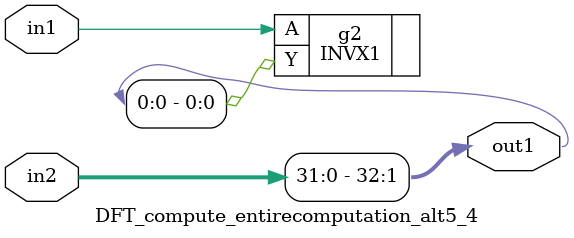
<source format=v>
`timescale 1ps / 1ps


module DFT_compute_entirecomputation_alt5_4(in1, in2, out1);
  input in1;
  input [31:0] in2;
  output [32:0] out1;
  wire in1;
  wire [31:0] in2;
  wire [32:0] out1;
  assign out1[1] = in2[0];
  assign out1[2] = in2[1];
  assign out1[3] = in2[2];
  assign out1[4] = in2[3];
  assign out1[5] = in2[4];
  assign out1[6] = in2[5];
  assign out1[7] = in2[6];
  assign out1[8] = in2[7];
  assign out1[9] = in2[8];
  assign out1[10] = in2[9];
  assign out1[11] = in2[10];
  assign out1[12] = in2[11];
  assign out1[13] = in2[12];
  assign out1[14] = in2[13];
  assign out1[15] = in2[14];
  assign out1[16] = in2[15];
  assign out1[17] = in2[16];
  assign out1[18] = in2[17];
  assign out1[19] = in2[18];
  assign out1[20] = in2[19];
  assign out1[21] = in2[20];
  assign out1[22] = in2[21];
  assign out1[23] = in2[22];
  assign out1[24] = in2[23];
  assign out1[25] = in2[24];
  assign out1[26] = in2[25];
  assign out1[27] = in2[26];
  assign out1[28] = in2[27];
  assign out1[29] = in2[28];
  assign out1[30] = in2[29];
  assign out1[31] = in2[30];
  assign out1[32] = in2[31];
  INVX1 g2(.A (in1), .Y (out1[0]));
endmodule



</source>
